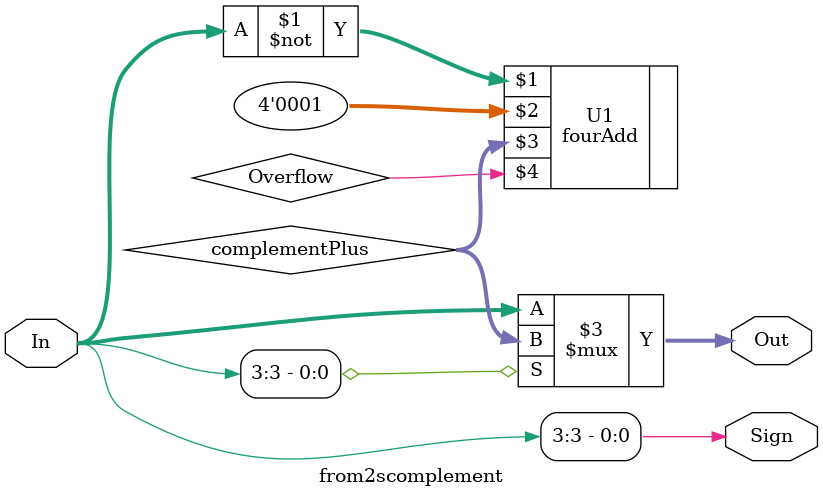
<source format=v>
`timescale 1ns / 1ps
module from2scomplement(
    input [3:0] In,
    output [3:0] Out,
    output Sign
    );
	wire [3:0] complementPlus;

	fourAdd U1 ((~In),4'b0001,complementPlus,Overflow);//Overflow unneeded

	assign Sign = In[3];
	
	assign Out = (Sign==1)? complementPlus : In;

endmodule

</source>
